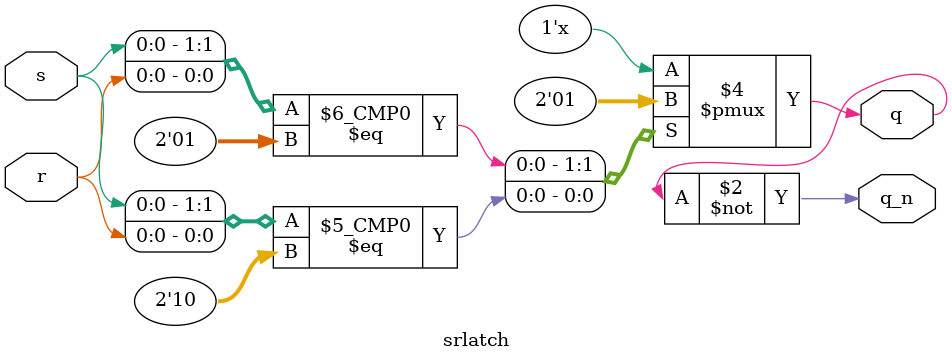
<source format=v>
module srlatch
(
    input s,
    input r,
    output reg q,
    output q_n
);

always @*
    case({s, r})
        2'b00 : q = q;
        2'b01 : q = 0;
        2'b10 : q = 1;
        2'b11 : q = 1'bX;
        default: q = 1'bX;
    endcase

assign q_n = ~q;

endmodule

</source>
